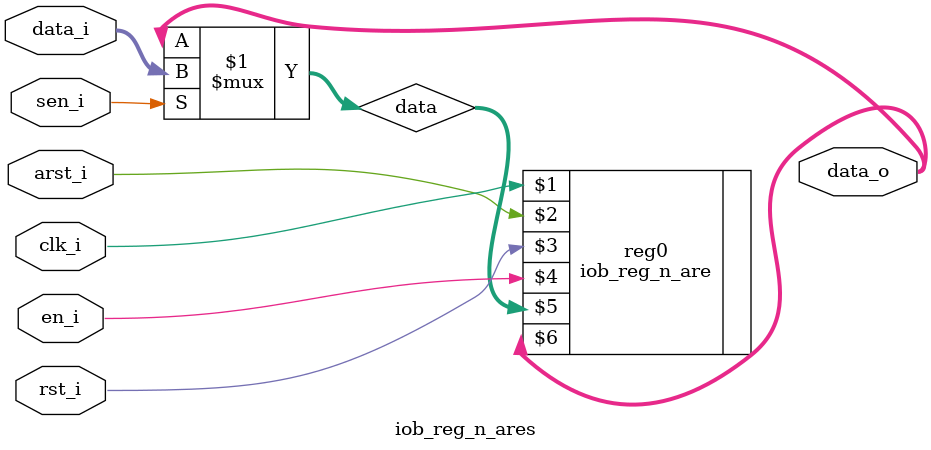
<source format=v>
`timescale 1ns / 1ps

module iob_reg_n_ares
  #(
    parameter DATA_W = 0,
    parameter RST_VAL = 0
    )
   (
    input                   clk_i,
    input                   arst_i,
    input                   rst_i,
    input                   en_i,
    input                   sen_i,
    input [DATA_W-1:0]      data_i,
    output reg [DATA_W-1:0] data_o
    );

   wire [DATA_W-1:0]    data;
   assign data = sen_i? data_i: data_o;

   iob_reg_n_are #(DATA_W, RST_VAL) reg0 (clk_i, arst_i, rst_i, en_i, data, data_o);

endmodule

</source>
